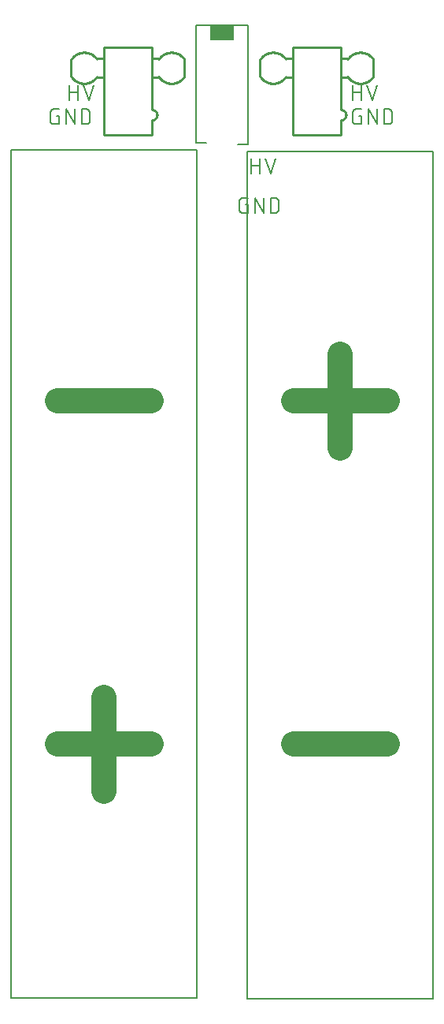
<source format=gbr>
G04 EAGLE Gerber RS-274X export*
G75*
%MOMM*%
%FSLAX34Y34*%
%LPD*%
%INSilkscreen Top*%
%IPPOS*%
%AMOC8*
5,1,8,0,0,1.08239X$1,22.5*%
G01*
%ADD10C,0.152400*%
%ADD11C,2.667000*%
%ADD12C,0.203200*%
%ADD13R,2.500000X1.500000*%
%ADD14C,0.127000*%
%ADD15C,0.254000*%


D10*
X64262Y915162D02*
X64262Y931418D01*
X64262Y924193D02*
X73293Y924193D01*
X73293Y931418D02*
X73293Y915162D01*
X84930Y915162D02*
X79511Y931418D01*
X90349Y931418D02*
X84930Y915162D01*
X369062Y915162D02*
X369062Y931418D01*
X369062Y924193D02*
X378093Y924193D01*
X378093Y931418D02*
X378093Y915162D01*
X389730Y915162D02*
X384311Y931418D01*
X395149Y931418D02*
X389730Y915162D01*
X259842Y852678D02*
X259842Y836422D01*
X259842Y845453D02*
X268873Y845453D01*
X268873Y852678D02*
X268873Y836422D01*
X280510Y836422D02*
X275091Y852678D01*
X285929Y852678D02*
X280510Y836422D01*
X52973Y898793D02*
X50264Y898793D01*
X52973Y898793D02*
X52973Y889762D01*
X47554Y889762D01*
X47436Y889764D01*
X47318Y889770D01*
X47200Y889779D01*
X47083Y889793D01*
X46966Y889810D01*
X46849Y889831D01*
X46734Y889856D01*
X46619Y889885D01*
X46505Y889918D01*
X46393Y889954D01*
X46282Y889994D01*
X46172Y890037D01*
X46063Y890084D01*
X45956Y890134D01*
X45851Y890189D01*
X45748Y890246D01*
X45647Y890307D01*
X45547Y890371D01*
X45450Y890438D01*
X45355Y890508D01*
X45263Y890582D01*
X45172Y890658D01*
X45085Y890738D01*
X45000Y890820D01*
X44918Y890905D01*
X44838Y890992D01*
X44762Y891083D01*
X44688Y891175D01*
X44618Y891270D01*
X44551Y891367D01*
X44487Y891467D01*
X44426Y891568D01*
X44369Y891671D01*
X44314Y891776D01*
X44264Y891883D01*
X44217Y891992D01*
X44174Y892102D01*
X44134Y892213D01*
X44098Y892325D01*
X44065Y892439D01*
X44036Y892554D01*
X44011Y892669D01*
X43990Y892786D01*
X43973Y892903D01*
X43959Y893020D01*
X43950Y893138D01*
X43944Y893256D01*
X43942Y893374D01*
X43942Y902406D01*
X43944Y902524D01*
X43950Y902642D01*
X43959Y902760D01*
X43973Y902877D01*
X43990Y902994D01*
X44011Y903111D01*
X44036Y903226D01*
X44065Y903341D01*
X44098Y903455D01*
X44134Y903567D01*
X44174Y903678D01*
X44217Y903788D01*
X44264Y903897D01*
X44314Y904004D01*
X44368Y904109D01*
X44426Y904212D01*
X44487Y904313D01*
X44551Y904413D01*
X44618Y904510D01*
X44688Y904605D01*
X44762Y904697D01*
X44838Y904788D01*
X44918Y904875D01*
X45000Y904960D01*
X45085Y905042D01*
X45172Y905122D01*
X45263Y905198D01*
X45355Y905272D01*
X45450Y905342D01*
X45547Y905409D01*
X45647Y905473D01*
X45748Y905534D01*
X45851Y905591D01*
X45956Y905645D01*
X46063Y905696D01*
X46172Y905743D01*
X46282Y905786D01*
X46393Y905826D01*
X46505Y905862D01*
X46619Y905895D01*
X46734Y905924D01*
X46849Y905949D01*
X46966Y905970D01*
X47083Y905987D01*
X47200Y906001D01*
X47318Y906010D01*
X47436Y906016D01*
X47554Y906018D01*
X52973Y906018D01*
X60615Y906018D02*
X60615Y889762D01*
X69646Y889762D02*
X60615Y906018D01*
X69646Y906018D02*
X69646Y889762D01*
X77289Y889762D02*
X77289Y906018D01*
X81804Y906018D01*
X81935Y906016D01*
X82067Y906010D01*
X82198Y906001D01*
X82328Y905987D01*
X82459Y905970D01*
X82588Y905949D01*
X82717Y905925D01*
X82845Y905896D01*
X82973Y905864D01*
X83099Y905828D01*
X83224Y905789D01*
X83349Y905746D01*
X83471Y905699D01*
X83593Y905649D01*
X83713Y905595D01*
X83831Y905538D01*
X83947Y905477D01*
X84062Y905413D01*
X84175Y905346D01*
X84286Y905275D01*
X84394Y905201D01*
X84501Y905124D01*
X84605Y905044D01*
X84707Y904961D01*
X84806Y904876D01*
X84903Y904787D01*
X84997Y904695D01*
X85089Y904601D01*
X85178Y904504D01*
X85263Y904405D01*
X85346Y904303D01*
X85426Y904199D01*
X85503Y904092D01*
X85577Y903984D01*
X85648Y903873D01*
X85715Y903760D01*
X85779Y903645D01*
X85840Y903529D01*
X85897Y903411D01*
X85951Y903291D01*
X86001Y903169D01*
X86048Y903047D01*
X86091Y902922D01*
X86130Y902797D01*
X86166Y902671D01*
X86198Y902543D01*
X86227Y902415D01*
X86251Y902286D01*
X86272Y902157D01*
X86289Y902026D01*
X86303Y901896D01*
X86312Y901765D01*
X86318Y901633D01*
X86320Y901502D01*
X86320Y894278D01*
X86318Y894147D01*
X86312Y894015D01*
X86303Y893884D01*
X86289Y893754D01*
X86272Y893623D01*
X86251Y893494D01*
X86227Y893365D01*
X86198Y893237D01*
X86166Y893109D01*
X86130Y892983D01*
X86091Y892858D01*
X86048Y892733D01*
X86001Y892611D01*
X85951Y892489D01*
X85897Y892369D01*
X85840Y892251D01*
X85779Y892135D01*
X85715Y892020D01*
X85648Y891907D01*
X85577Y891796D01*
X85503Y891688D01*
X85426Y891581D01*
X85346Y891477D01*
X85263Y891375D01*
X85178Y891276D01*
X85089Y891179D01*
X84997Y891085D01*
X84903Y890993D01*
X84806Y890904D01*
X84707Y890819D01*
X84605Y890736D01*
X84501Y890656D01*
X84394Y890579D01*
X84286Y890505D01*
X84175Y890434D01*
X84062Y890367D01*
X83947Y890303D01*
X83831Y890242D01*
X83713Y890185D01*
X83593Y890131D01*
X83471Y890081D01*
X83349Y890034D01*
X83224Y889991D01*
X83099Y889952D01*
X82973Y889916D01*
X82845Y889884D01*
X82717Y889855D01*
X82588Y889831D01*
X82458Y889810D01*
X82328Y889793D01*
X82198Y889779D01*
X82067Y889770D01*
X81935Y889764D01*
X81804Y889762D01*
X77289Y889762D01*
X375384Y898793D02*
X378093Y898793D01*
X378093Y889762D01*
X372674Y889762D01*
X372556Y889764D01*
X372438Y889770D01*
X372320Y889779D01*
X372203Y889793D01*
X372086Y889810D01*
X371969Y889831D01*
X371854Y889856D01*
X371739Y889885D01*
X371625Y889918D01*
X371513Y889954D01*
X371402Y889994D01*
X371292Y890037D01*
X371183Y890084D01*
X371076Y890134D01*
X370971Y890189D01*
X370868Y890246D01*
X370767Y890307D01*
X370667Y890371D01*
X370570Y890438D01*
X370475Y890508D01*
X370383Y890582D01*
X370292Y890658D01*
X370205Y890738D01*
X370120Y890820D01*
X370038Y890905D01*
X369958Y890992D01*
X369882Y891083D01*
X369808Y891175D01*
X369738Y891270D01*
X369671Y891367D01*
X369607Y891467D01*
X369546Y891568D01*
X369489Y891671D01*
X369434Y891776D01*
X369384Y891883D01*
X369337Y891992D01*
X369294Y892102D01*
X369254Y892213D01*
X369218Y892325D01*
X369185Y892439D01*
X369156Y892554D01*
X369131Y892669D01*
X369110Y892786D01*
X369093Y892903D01*
X369079Y893020D01*
X369070Y893138D01*
X369064Y893256D01*
X369062Y893374D01*
X369062Y902406D01*
X369064Y902524D01*
X369070Y902642D01*
X369079Y902760D01*
X369093Y902877D01*
X369110Y902994D01*
X369131Y903111D01*
X369156Y903226D01*
X369185Y903341D01*
X369218Y903455D01*
X369254Y903567D01*
X369294Y903678D01*
X369337Y903788D01*
X369384Y903897D01*
X369434Y904004D01*
X369488Y904109D01*
X369546Y904212D01*
X369607Y904313D01*
X369671Y904413D01*
X369738Y904510D01*
X369808Y904605D01*
X369882Y904697D01*
X369958Y904788D01*
X370038Y904875D01*
X370120Y904960D01*
X370205Y905042D01*
X370292Y905122D01*
X370383Y905198D01*
X370475Y905272D01*
X370570Y905342D01*
X370667Y905409D01*
X370767Y905473D01*
X370868Y905534D01*
X370971Y905591D01*
X371076Y905645D01*
X371183Y905696D01*
X371292Y905743D01*
X371402Y905786D01*
X371513Y905826D01*
X371625Y905862D01*
X371739Y905895D01*
X371854Y905924D01*
X371969Y905949D01*
X372086Y905970D01*
X372203Y905987D01*
X372320Y906001D01*
X372438Y906010D01*
X372556Y906016D01*
X372674Y906018D01*
X378093Y906018D01*
X385735Y906018D02*
X385735Y889762D01*
X394766Y889762D02*
X385735Y906018D01*
X394766Y906018D02*
X394766Y889762D01*
X402409Y889762D02*
X402409Y906018D01*
X406924Y906018D01*
X407055Y906016D01*
X407187Y906010D01*
X407318Y906001D01*
X407448Y905987D01*
X407579Y905970D01*
X407708Y905949D01*
X407837Y905925D01*
X407965Y905896D01*
X408093Y905864D01*
X408219Y905828D01*
X408344Y905789D01*
X408469Y905746D01*
X408591Y905699D01*
X408713Y905649D01*
X408833Y905595D01*
X408951Y905538D01*
X409067Y905477D01*
X409182Y905413D01*
X409295Y905346D01*
X409406Y905275D01*
X409514Y905201D01*
X409621Y905124D01*
X409725Y905044D01*
X409827Y904961D01*
X409926Y904876D01*
X410023Y904787D01*
X410117Y904695D01*
X410209Y904601D01*
X410298Y904504D01*
X410383Y904405D01*
X410466Y904303D01*
X410546Y904199D01*
X410623Y904092D01*
X410697Y903984D01*
X410768Y903873D01*
X410835Y903760D01*
X410899Y903645D01*
X410960Y903529D01*
X411017Y903411D01*
X411071Y903291D01*
X411121Y903169D01*
X411168Y903047D01*
X411211Y902922D01*
X411250Y902797D01*
X411286Y902671D01*
X411318Y902543D01*
X411347Y902415D01*
X411371Y902286D01*
X411392Y902157D01*
X411409Y902026D01*
X411423Y901896D01*
X411432Y901765D01*
X411438Y901633D01*
X411440Y901502D01*
X411440Y894278D01*
X411438Y894147D01*
X411432Y894015D01*
X411423Y893884D01*
X411409Y893754D01*
X411392Y893623D01*
X411371Y893494D01*
X411347Y893365D01*
X411318Y893237D01*
X411286Y893109D01*
X411250Y892983D01*
X411211Y892858D01*
X411168Y892733D01*
X411121Y892611D01*
X411071Y892489D01*
X411017Y892369D01*
X410960Y892251D01*
X410899Y892135D01*
X410835Y892020D01*
X410768Y891907D01*
X410697Y891796D01*
X410623Y891688D01*
X410546Y891581D01*
X410466Y891477D01*
X410383Y891375D01*
X410298Y891276D01*
X410209Y891179D01*
X410117Y891085D01*
X410023Y890993D01*
X409926Y890904D01*
X409827Y890819D01*
X409725Y890736D01*
X409621Y890656D01*
X409514Y890579D01*
X409406Y890505D01*
X409295Y890434D01*
X409182Y890367D01*
X409067Y890303D01*
X408951Y890242D01*
X408833Y890185D01*
X408713Y890131D01*
X408591Y890081D01*
X408469Y890034D01*
X408344Y889991D01*
X408219Y889952D01*
X408093Y889916D01*
X407965Y889884D01*
X407837Y889855D01*
X407708Y889831D01*
X407578Y889810D01*
X407448Y889793D01*
X407318Y889779D01*
X407187Y889770D01*
X407055Y889764D01*
X406924Y889762D01*
X402409Y889762D01*
X256173Y803543D02*
X253464Y803543D01*
X256173Y803543D02*
X256173Y794512D01*
X250754Y794512D01*
X250636Y794514D01*
X250518Y794520D01*
X250400Y794529D01*
X250283Y794543D01*
X250166Y794560D01*
X250049Y794581D01*
X249934Y794606D01*
X249819Y794635D01*
X249705Y794668D01*
X249593Y794704D01*
X249482Y794744D01*
X249372Y794787D01*
X249263Y794834D01*
X249156Y794884D01*
X249051Y794939D01*
X248948Y794996D01*
X248847Y795057D01*
X248747Y795121D01*
X248650Y795188D01*
X248555Y795258D01*
X248463Y795332D01*
X248372Y795408D01*
X248285Y795488D01*
X248200Y795570D01*
X248118Y795655D01*
X248038Y795742D01*
X247962Y795833D01*
X247888Y795925D01*
X247818Y796020D01*
X247751Y796117D01*
X247687Y796217D01*
X247626Y796318D01*
X247569Y796421D01*
X247514Y796526D01*
X247464Y796633D01*
X247417Y796742D01*
X247374Y796852D01*
X247334Y796963D01*
X247298Y797075D01*
X247265Y797189D01*
X247236Y797304D01*
X247211Y797419D01*
X247190Y797536D01*
X247173Y797653D01*
X247159Y797770D01*
X247150Y797888D01*
X247144Y798006D01*
X247142Y798124D01*
X247142Y807156D01*
X247144Y807274D01*
X247150Y807392D01*
X247159Y807510D01*
X247173Y807627D01*
X247190Y807744D01*
X247211Y807861D01*
X247236Y807976D01*
X247265Y808091D01*
X247298Y808205D01*
X247334Y808317D01*
X247374Y808428D01*
X247417Y808538D01*
X247464Y808647D01*
X247514Y808754D01*
X247568Y808859D01*
X247626Y808962D01*
X247687Y809063D01*
X247751Y809163D01*
X247818Y809260D01*
X247888Y809355D01*
X247962Y809447D01*
X248038Y809538D01*
X248118Y809625D01*
X248200Y809710D01*
X248285Y809792D01*
X248372Y809872D01*
X248463Y809948D01*
X248555Y810022D01*
X248650Y810092D01*
X248747Y810159D01*
X248847Y810223D01*
X248948Y810284D01*
X249051Y810341D01*
X249156Y810395D01*
X249263Y810446D01*
X249372Y810493D01*
X249482Y810536D01*
X249593Y810576D01*
X249705Y810612D01*
X249819Y810645D01*
X249934Y810674D01*
X250049Y810699D01*
X250166Y810720D01*
X250283Y810737D01*
X250400Y810751D01*
X250518Y810760D01*
X250636Y810766D01*
X250754Y810768D01*
X256173Y810768D01*
X263815Y810768D02*
X263815Y794512D01*
X272846Y794512D02*
X263815Y810768D01*
X272846Y810768D02*
X272846Y794512D01*
X280489Y794512D02*
X280489Y810768D01*
X285004Y810768D01*
X285135Y810766D01*
X285267Y810760D01*
X285398Y810751D01*
X285528Y810737D01*
X285659Y810720D01*
X285788Y810699D01*
X285917Y810675D01*
X286045Y810646D01*
X286173Y810614D01*
X286299Y810578D01*
X286424Y810539D01*
X286549Y810496D01*
X286671Y810449D01*
X286793Y810399D01*
X286913Y810345D01*
X287031Y810288D01*
X287147Y810227D01*
X287262Y810163D01*
X287375Y810096D01*
X287486Y810025D01*
X287594Y809951D01*
X287701Y809874D01*
X287805Y809794D01*
X287907Y809711D01*
X288006Y809626D01*
X288103Y809537D01*
X288197Y809445D01*
X288289Y809351D01*
X288378Y809254D01*
X288463Y809155D01*
X288546Y809053D01*
X288626Y808949D01*
X288703Y808842D01*
X288777Y808734D01*
X288848Y808623D01*
X288915Y808510D01*
X288979Y808395D01*
X289040Y808279D01*
X289097Y808161D01*
X289151Y808041D01*
X289201Y807919D01*
X289248Y807797D01*
X289291Y807672D01*
X289330Y807547D01*
X289366Y807421D01*
X289398Y807293D01*
X289427Y807165D01*
X289451Y807036D01*
X289472Y806907D01*
X289489Y806776D01*
X289503Y806646D01*
X289512Y806515D01*
X289518Y806383D01*
X289520Y806252D01*
X289520Y799028D01*
X289518Y798897D01*
X289512Y798765D01*
X289503Y798634D01*
X289489Y798504D01*
X289472Y798373D01*
X289451Y798244D01*
X289427Y798115D01*
X289398Y797987D01*
X289366Y797859D01*
X289330Y797733D01*
X289291Y797608D01*
X289248Y797483D01*
X289201Y797361D01*
X289151Y797239D01*
X289097Y797119D01*
X289040Y797001D01*
X288979Y796885D01*
X288915Y796770D01*
X288848Y796657D01*
X288777Y796546D01*
X288703Y796438D01*
X288626Y796331D01*
X288546Y796227D01*
X288463Y796125D01*
X288378Y796026D01*
X288289Y795929D01*
X288197Y795835D01*
X288103Y795743D01*
X288006Y795654D01*
X287907Y795569D01*
X287805Y795486D01*
X287701Y795406D01*
X287594Y795329D01*
X287486Y795255D01*
X287375Y795184D01*
X287262Y795117D01*
X287147Y795053D01*
X287031Y794992D01*
X286913Y794935D01*
X286793Y794881D01*
X286671Y794831D01*
X286549Y794784D01*
X286424Y794741D01*
X286299Y794702D01*
X286173Y794666D01*
X286045Y794634D01*
X285917Y794605D01*
X285788Y794581D01*
X285658Y794560D01*
X285528Y794543D01*
X285398Y794529D01*
X285267Y794520D01*
X285135Y794514D01*
X285004Y794512D01*
X280489Y794512D01*
D11*
X151977Y224508D02*
X51223Y224508D01*
X101600Y174131D02*
X101600Y274884D01*
X305223Y592808D02*
X405977Y592808D01*
X355600Y542431D02*
X355600Y643184D01*
X151977Y592808D02*
X51223Y592808D01*
X305223Y224508D02*
X405977Y224508D01*
D12*
X256690Y867691D02*
X245690Y867691D01*
X256690Y867691D02*
X256690Y995691D01*
X200510Y995691D01*
X200510Y869691D01*
X211510Y869691D01*
D13*
X228600Y987191D03*
D14*
X455600Y860800D02*
X455600Y-49200D01*
X255600Y-49200D02*
X255600Y860800D01*
X455600Y860800D01*
X455600Y-49200D02*
X255600Y-49200D01*
X1600Y-48000D02*
X1600Y862000D01*
X201600Y862000D02*
X201600Y-48000D01*
X1600Y-48000D01*
X1600Y862000D02*
X201600Y862000D01*
D15*
X153000Y972100D02*
X101000Y972100D01*
X153000Y972100D02*
X153000Y905100D01*
X153000Y894100D02*
X153000Y878100D01*
X101000Y878100D01*
X101000Y972100D01*
X94000Y959100D02*
X93776Y959438D01*
X93544Y959771D01*
X93305Y960099D01*
X93057Y960420D01*
X92802Y960735D01*
X92539Y961044D01*
X92268Y961346D01*
X91990Y961642D01*
X91705Y961931D01*
X91414Y962213D01*
X91115Y962487D01*
X90810Y962755D01*
X90498Y963014D01*
X90180Y963266D01*
X89856Y963511D01*
X89526Y963747D01*
X89191Y963975D01*
X88850Y964195D01*
X88504Y964406D01*
X88153Y964609D01*
X87796Y964804D01*
X87436Y964990D01*
X87071Y965166D01*
X86701Y965334D01*
X86328Y965493D01*
X85951Y965643D01*
X85570Y965783D01*
X85186Y965914D01*
X84799Y966036D01*
X84409Y966148D01*
X84017Y966251D01*
X83622Y966344D01*
X83225Y966428D01*
X82826Y966501D01*
X82426Y966565D01*
X82024Y966620D01*
X81620Y966664D01*
X81216Y966699D01*
X80811Y966723D01*
X80406Y966738D01*
X80000Y966743D01*
X79594Y966738D01*
X79189Y966723D01*
X78784Y966699D01*
X78380Y966664D01*
X77976Y966620D01*
X77574Y966565D01*
X77174Y966501D01*
X76775Y966428D01*
X76378Y966344D01*
X75983Y966251D01*
X75591Y966148D01*
X75201Y966036D01*
X74814Y965914D01*
X74430Y965783D01*
X74049Y965643D01*
X73672Y965493D01*
X73299Y965334D01*
X72929Y965166D01*
X72564Y964990D01*
X72204Y964804D01*
X71847Y964609D01*
X71496Y964406D01*
X71150Y964195D01*
X70809Y963975D01*
X70474Y963747D01*
X70144Y963511D01*
X69820Y963266D01*
X69502Y963014D01*
X69190Y962755D01*
X68885Y962487D01*
X68586Y962213D01*
X68295Y961931D01*
X68010Y961642D01*
X67732Y961346D01*
X67461Y961044D01*
X67198Y960735D01*
X66943Y960420D01*
X66695Y960099D01*
X66456Y959771D01*
X66224Y959438D01*
X66000Y959100D01*
X66000Y941100D02*
X66224Y940762D01*
X66456Y940429D01*
X66695Y940101D01*
X66943Y939780D01*
X67198Y939465D01*
X67461Y939156D01*
X67732Y938854D01*
X68010Y938558D01*
X68295Y938269D01*
X68586Y937987D01*
X68885Y937713D01*
X69190Y937445D01*
X69502Y937186D01*
X69820Y936934D01*
X70144Y936689D01*
X70474Y936453D01*
X70809Y936225D01*
X71150Y936005D01*
X71496Y935794D01*
X71847Y935591D01*
X72204Y935396D01*
X72564Y935210D01*
X72929Y935034D01*
X73299Y934866D01*
X73672Y934707D01*
X74049Y934557D01*
X74430Y934417D01*
X74814Y934286D01*
X75201Y934164D01*
X75591Y934052D01*
X75983Y933949D01*
X76378Y933856D01*
X76775Y933772D01*
X77174Y933699D01*
X77574Y933635D01*
X77976Y933580D01*
X78380Y933536D01*
X78784Y933501D01*
X79189Y933477D01*
X79594Y933462D01*
X80000Y933457D01*
X80406Y933462D01*
X80811Y933477D01*
X81216Y933501D01*
X81620Y933536D01*
X82024Y933580D01*
X82426Y933635D01*
X82826Y933699D01*
X83225Y933772D01*
X83622Y933856D01*
X84017Y933949D01*
X84409Y934052D01*
X84799Y934164D01*
X85186Y934286D01*
X85570Y934417D01*
X85951Y934557D01*
X86328Y934707D01*
X86701Y934866D01*
X87071Y935034D01*
X87436Y935210D01*
X87796Y935396D01*
X88153Y935591D01*
X88504Y935794D01*
X88850Y936005D01*
X89191Y936225D01*
X89526Y936453D01*
X89856Y936689D01*
X90180Y936934D01*
X90498Y937186D01*
X90810Y937445D01*
X91115Y937713D01*
X91414Y937987D01*
X91705Y938269D01*
X91990Y938558D01*
X92268Y938854D01*
X92539Y939156D01*
X92802Y939465D01*
X93057Y939780D01*
X93305Y940101D01*
X93544Y940429D01*
X93776Y940762D01*
X94000Y941100D01*
X66000Y941100D02*
X66000Y959100D01*
X93000Y960100D02*
X100000Y960100D01*
X100000Y940100D02*
X93000Y940100D01*
X160000Y941100D02*
X160224Y940762D01*
X160456Y940429D01*
X160695Y940101D01*
X160943Y939780D01*
X161198Y939465D01*
X161461Y939156D01*
X161732Y938854D01*
X162010Y938558D01*
X162295Y938269D01*
X162586Y937987D01*
X162885Y937713D01*
X163190Y937445D01*
X163502Y937186D01*
X163820Y936934D01*
X164144Y936689D01*
X164474Y936453D01*
X164809Y936225D01*
X165150Y936005D01*
X165496Y935794D01*
X165847Y935591D01*
X166204Y935396D01*
X166564Y935210D01*
X166929Y935034D01*
X167299Y934866D01*
X167672Y934707D01*
X168049Y934557D01*
X168430Y934417D01*
X168814Y934286D01*
X169201Y934164D01*
X169591Y934052D01*
X169983Y933949D01*
X170378Y933856D01*
X170775Y933772D01*
X171174Y933699D01*
X171574Y933635D01*
X171976Y933580D01*
X172380Y933536D01*
X172784Y933501D01*
X173189Y933477D01*
X173594Y933462D01*
X174000Y933457D01*
X174406Y933462D01*
X174811Y933477D01*
X175216Y933501D01*
X175620Y933536D01*
X176024Y933580D01*
X176426Y933635D01*
X176826Y933699D01*
X177225Y933772D01*
X177622Y933856D01*
X178017Y933949D01*
X178409Y934052D01*
X178799Y934164D01*
X179186Y934286D01*
X179570Y934417D01*
X179951Y934557D01*
X180328Y934707D01*
X180701Y934866D01*
X181071Y935034D01*
X181436Y935210D01*
X181796Y935396D01*
X182153Y935591D01*
X182504Y935794D01*
X182850Y936005D01*
X183191Y936225D01*
X183526Y936453D01*
X183856Y936689D01*
X184180Y936934D01*
X184498Y937186D01*
X184810Y937445D01*
X185115Y937713D01*
X185414Y937987D01*
X185705Y938269D01*
X185990Y938558D01*
X186268Y938854D01*
X186539Y939156D01*
X186802Y939465D01*
X187057Y939780D01*
X187305Y940101D01*
X187544Y940429D01*
X187776Y940762D01*
X188000Y941100D01*
X188000Y959100D02*
X187776Y959438D01*
X187544Y959771D01*
X187305Y960099D01*
X187057Y960420D01*
X186802Y960735D01*
X186539Y961044D01*
X186268Y961346D01*
X185990Y961642D01*
X185705Y961931D01*
X185414Y962213D01*
X185115Y962487D01*
X184810Y962755D01*
X184498Y963014D01*
X184180Y963266D01*
X183856Y963511D01*
X183526Y963747D01*
X183191Y963975D01*
X182850Y964195D01*
X182504Y964406D01*
X182153Y964609D01*
X181796Y964804D01*
X181436Y964990D01*
X181071Y965166D01*
X180701Y965334D01*
X180328Y965493D01*
X179951Y965643D01*
X179570Y965783D01*
X179186Y965914D01*
X178799Y966036D01*
X178409Y966148D01*
X178017Y966251D01*
X177622Y966344D01*
X177225Y966428D01*
X176826Y966501D01*
X176426Y966565D01*
X176024Y966620D01*
X175620Y966664D01*
X175216Y966699D01*
X174811Y966723D01*
X174406Y966738D01*
X174000Y966743D01*
X173594Y966738D01*
X173189Y966723D01*
X172784Y966699D01*
X172380Y966664D01*
X171976Y966620D01*
X171574Y966565D01*
X171174Y966501D01*
X170775Y966428D01*
X170378Y966344D01*
X169983Y966251D01*
X169591Y966148D01*
X169201Y966036D01*
X168814Y965914D01*
X168430Y965783D01*
X168049Y965643D01*
X167672Y965493D01*
X167299Y965334D01*
X166929Y965166D01*
X166564Y964990D01*
X166204Y964804D01*
X165847Y964609D01*
X165496Y964406D01*
X165150Y964195D01*
X164809Y963975D01*
X164474Y963747D01*
X164144Y963511D01*
X163820Y963266D01*
X163502Y963014D01*
X163190Y962755D01*
X162885Y962487D01*
X162586Y962213D01*
X162295Y961931D01*
X162010Y961642D01*
X161732Y961346D01*
X161461Y961044D01*
X161198Y960735D01*
X160943Y960420D01*
X160695Y960099D01*
X160456Y959771D01*
X160224Y959438D01*
X160000Y959100D01*
X188000Y959100D02*
X188000Y941100D01*
X161000Y940100D02*
X154000Y940100D01*
X154000Y960100D02*
X161000Y960100D01*
X153000Y905100D02*
X153148Y905098D01*
X153295Y905092D01*
X153443Y905082D01*
X153590Y905068D01*
X153736Y905051D01*
X153882Y905029D01*
X154028Y905003D01*
X154172Y904974D01*
X154316Y904940D01*
X154459Y904903D01*
X154601Y904862D01*
X154742Y904817D01*
X154881Y904768D01*
X155019Y904716D01*
X155156Y904660D01*
X155291Y904600D01*
X155424Y904537D01*
X155556Y904470D01*
X155686Y904400D01*
X155814Y904326D01*
X155940Y904249D01*
X156063Y904168D01*
X156185Y904084D01*
X156304Y903997D01*
X156421Y903907D01*
X156535Y903813D01*
X156647Y903717D01*
X156756Y903617D01*
X156863Y903515D01*
X156967Y903410D01*
X157067Y903302D01*
X157165Y903192D01*
X157260Y903078D01*
X157352Y902963D01*
X157441Y902845D01*
X157526Y902724D01*
X157609Y902602D01*
X157688Y902477D01*
X157763Y902350D01*
X157835Y902221D01*
X157904Y902090D01*
X157969Y901958D01*
X158030Y901824D01*
X158088Y901688D01*
X158143Y901550D01*
X158193Y901412D01*
X158240Y901271D01*
X158283Y901130D01*
X158322Y900988D01*
X158357Y900844D01*
X158389Y900700D01*
X158416Y900555D01*
X158440Y900409D01*
X158460Y900263D01*
X158476Y900116D01*
X158488Y899969D01*
X158496Y899821D01*
X158500Y899674D01*
X158500Y899526D01*
X158496Y899379D01*
X158488Y899231D01*
X158476Y899084D01*
X158460Y898937D01*
X158440Y898791D01*
X158416Y898645D01*
X158389Y898500D01*
X158357Y898356D01*
X158322Y898212D01*
X158283Y898070D01*
X158240Y897929D01*
X158193Y897788D01*
X158143Y897650D01*
X158088Y897512D01*
X158030Y897376D01*
X157969Y897242D01*
X157904Y897110D01*
X157835Y896979D01*
X157763Y896850D01*
X157688Y896723D01*
X157609Y896598D01*
X157526Y896476D01*
X157441Y896355D01*
X157352Y896237D01*
X157260Y896122D01*
X157165Y896008D01*
X157067Y895898D01*
X156967Y895790D01*
X156863Y895685D01*
X156756Y895583D01*
X156647Y895483D01*
X156535Y895387D01*
X156421Y895293D01*
X156304Y895203D01*
X156185Y895116D01*
X156063Y895032D01*
X155940Y894951D01*
X155814Y894874D01*
X155686Y894800D01*
X155556Y894730D01*
X155424Y894663D01*
X155291Y894600D01*
X155156Y894540D01*
X155019Y894484D01*
X154881Y894432D01*
X154742Y894383D01*
X154601Y894338D01*
X154459Y894297D01*
X154316Y894260D01*
X154172Y894226D01*
X154028Y894197D01*
X153882Y894171D01*
X153736Y894149D01*
X153590Y894132D01*
X153443Y894118D01*
X153295Y894108D01*
X153148Y894102D01*
X153000Y894100D01*
X304200Y972100D02*
X356200Y972100D01*
X356200Y905100D01*
X356200Y894100D02*
X356200Y878100D01*
X304200Y878100D01*
X304200Y972100D01*
X297200Y959100D02*
X296976Y959438D01*
X296744Y959771D01*
X296505Y960099D01*
X296257Y960420D01*
X296002Y960735D01*
X295739Y961044D01*
X295468Y961346D01*
X295190Y961642D01*
X294905Y961931D01*
X294614Y962213D01*
X294315Y962487D01*
X294010Y962755D01*
X293698Y963014D01*
X293380Y963266D01*
X293056Y963511D01*
X292726Y963747D01*
X292391Y963975D01*
X292050Y964195D01*
X291704Y964406D01*
X291353Y964609D01*
X290996Y964804D01*
X290636Y964990D01*
X290271Y965166D01*
X289901Y965334D01*
X289528Y965493D01*
X289151Y965643D01*
X288770Y965783D01*
X288386Y965914D01*
X287999Y966036D01*
X287609Y966148D01*
X287217Y966251D01*
X286822Y966344D01*
X286425Y966428D01*
X286026Y966501D01*
X285626Y966565D01*
X285224Y966620D01*
X284820Y966664D01*
X284416Y966699D01*
X284011Y966723D01*
X283606Y966738D01*
X283200Y966743D01*
X282794Y966738D01*
X282389Y966723D01*
X281984Y966699D01*
X281580Y966664D01*
X281176Y966620D01*
X280774Y966565D01*
X280374Y966501D01*
X279975Y966428D01*
X279578Y966344D01*
X279183Y966251D01*
X278791Y966148D01*
X278401Y966036D01*
X278014Y965914D01*
X277630Y965783D01*
X277249Y965643D01*
X276872Y965493D01*
X276499Y965334D01*
X276129Y965166D01*
X275764Y964990D01*
X275404Y964804D01*
X275047Y964609D01*
X274696Y964406D01*
X274350Y964195D01*
X274009Y963975D01*
X273674Y963747D01*
X273344Y963511D01*
X273020Y963266D01*
X272702Y963014D01*
X272390Y962755D01*
X272085Y962487D01*
X271786Y962213D01*
X271495Y961931D01*
X271210Y961642D01*
X270932Y961346D01*
X270661Y961044D01*
X270398Y960735D01*
X270143Y960420D01*
X269895Y960099D01*
X269656Y959771D01*
X269424Y959438D01*
X269200Y959100D01*
X269200Y941100D02*
X269424Y940762D01*
X269656Y940429D01*
X269895Y940101D01*
X270143Y939780D01*
X270398Y939465D01*
X270661Y939156D01*
X270932Y938854D01*
X271210Y938558D01*
X271495Y938269D01*
X271786Y937987D01*
X272085Y937713D01*
X272390Y937445D01*
X272702Y937186D01*
X273020Y936934D01*
X273344Y936689D01*
X273674Y936453D01*
X274009Y936225D01*
X274350Y936005D01*
X274696Y935794D01*
X275047Y935591D01*
X275404Y935396D01*
X275764Y935210D01*
X276129Y935034D01*
X276499Y934866D01*
X276872Y934707D01*
X277249Y934557D01*
X277630Y934417D01*
X278014Y934286D01*
X278401Y934164D01*
X278791Y934052D01*
X279183Y933949D01*
X279578Y933856D01*
X279975Y933772D01*
X280374Y933699D01*
X280774Y933635D01*
X281176Y933580D01*
X281580Y933536D01*
X281984Y933501D01*
X282389Y933477D01*
X282794Y933462D01*
X283200Y933457D01*
X283606Y933462D01*
X284011Y933477D01*
X284416Y933501D01*
X284820Y933536D01*
X285224Y933580D01*
X285626Y933635D01*
X286026Y933699D01*
X286425Y933772D01*
X286822Y933856D01*
X287217Y933949D01*
X287609Y934052D01*
X287999Y934164D01*
X288386Y934286D01*
X288770Y934417D01*
X289151Y934557D01*
X289528Y934707D01*
X289901Y934866D01*
X290271Y935034D01*
X290636Y935210D01*
X290996Y935396D01*
X291353Y935591D01*
X291704Y935794D01*
X292050Y936005D01*
X292391Y936225D01*
X292726Y936453D01*
X293056Y936689D01*
X293380Y936934D01*
X293698Y937186D01*
X294010Y937445D01*
X294315Y937713D01*
X294614Y937987D01*
X294905Y938269D01*
X295190Y938558D01*
X295468Y938854D01*
X295739Y939156D01*
X296002Y939465D01*
X296257Y939780D01*
X296505Y940101D01*
X296744Y940429D01*
X296976Y940762D01*
X297200Y941100D01*
X269200Y941100D02*
X269200Y959100D01*
X296200Y960100D02*
X303200Y960100D01*
X303200Y940100D02*
X296200Y940100D01*
X363200Y941100D02*
X363424Y940762D01*
X363656Y940429D01*
X363895Y940101D01*
X364143Y939780D01*
X364398Y939465D01*
X364661Y939156D01*
X364932Y938854D01*
X365210Y938558D01*
X365495Y938269D01*
X365786Y937987D01*
X366085Y937713D01*
X366390Y937445D01*
X366702Y937186D01*
X367020Y936934D01*
X367344Y936689D01*
X367674Y936453D01*
X368009Y936225D01*
X368350Y936005D01*
X368696Y935794D01*
X369047Y935591D01*
X369404Y935396D01*
X369764Y935210D01*
X370129Y935034D01*
X370499Y934866D01*
X370872Y934707D01*
X371249Y934557D01*
X371630Y934417D01*
X372014Y934286D01*
X372401Y934164D01*
X372791Y934052D01*
X373183Y933949D01*
X373578Y933856D01*
X373975Y933772D01*
X374374Y933699D01*
X374774Y933635D01*
X375176Y933580D01*
X375580Y933536D01*
X375984Y933501D01*
X376389Y933477D01*
X376794Y933462D01*
X377200Y933457D01*
X377606Y933462D01*
X378011Y933477D01*
X378416Y933501D01*
X378820Y933536D01*
X379224Y933580D01*
X379626Y933635D01*
X380026Y933699D01*
X380425Y933772D01*
X380822Y933856D01*
X381217Y933949D01*
X381609Y934052D01*
X381999Y934164D01*
X382386Y934286D01*
X382770Y934417D01*
X383151Y934557D01*
X383528Y934707D01*
X383901Y934866D01*
X384271Y935034D01*
X384636Y935210D01*
X384996Y935396D01*
X385353Y935591D01*
X385704Y935794D01*
X386050Y936005D01*
X386391Y936225D01*
X386726Y936453D01*
X387056Y936689D01*
X387380Y936934D01*
X387698Y937186D01*
X388010Y937445D01*
X388315Y937713D01*
X388614Y937987D01*
X388905Y938269D01*
X389190Y938558D01*
X389468Y938854D01*
X389739Y939156D01*
X390002Y939465D01*
X390257Y939780D01*
X390505Y940101D01*
X390744Y940429D01*
X390976Y940762D01*
X391200Y941100D01*
X391200Y959100D02*
X390976Y959438D01*
X390744Y959771D01*
X390505Y960099D01*
X390257Y960420D01*
X390002Y960735D01*
X389739Y961044D01*
X389468Y961346D01*
X389190Y961642D01*
X388905Y961931D01*
X388614Y962213D01*
X388315Y962487D01*
X388010Y962755D01*
X387698Y963014D01*
X387380Y963266D01*
X387056Y963511D01*
X386726Y963747D01*
X386391Y963975D01*
X386050Y964195D01*
X385704Y964406D01*
X385353Y964609D01*
X384996Y964804D01*
X384636Y964990D01*
X384271Y965166D01*
X383901Y965334D01*
X383528Y965493D01*
X383151Y965643D01*
X382770Y965783D01*
X382386Y965914D01*
X381999Y966036D01*
X381609Y966148D01*
X381217Y966251D01*
X380822Y966344D01*
X380425Y966428D01*
X380026Y966501D01*
X379626Y966565D01*
X379224Y966620D01*
X378820Y966664D01*
X378416Y966699D01*
X378011Y966723D01*
X377606Y966738D01*
X377200Y966743D01*
X376794Y966738D01*
X376389Y966723D01*
X375984Y966699D01*
X375580Y966664D01*
X375176Y966620D01*
X374774Y966565D01*
X374374Y966501D01*
X373975Y966428D01*
X373578Y966344D01*
X373183Y966251D01*
X372791Y966148D01*
X372401Y966036D01*
X372014Y965914D01*
X371630Y965783D01*
X371249Y965643D01*
X370872Y965493D01*
X370499Y965334D01*
X370129Y965166D01*
X369764Y964990D01*
X369404Y964804D01*
X369047Y964609D01*
X368696Y964406D01*
X368350Y964195D01*
X368009Y963975D01*
X367674Y963747D01*
X367344Y963511D01*
X367020Y963266D01*
X366702Y963014D01*
X366390Y962755D01*
X366085Y962487D01*
X365786Y962213D01*
X365495Y961931D01*
X365210Y961642D01*
X364932Y961346D01*
X364661Y961044D01*
X364398Y960735D01*
X364143Y960420D01*
X363895Y960099D01*
X363656Y959771D01*
X363424Y959438D01*
X363200Y959100D01*
X391200Y959100D02*
X391200Y941100D01*
X364200Y940100D02*
X357200Y940100D01*
X357200Y960100D02*
X364200Y960100D01*
X356200Y905100D02*
X356348Y905098D01*
X356495Y905092D01*
X356643Y905082D01*
X356790Y905068D01*
X356936Y905051D01*
X357082Y905029D01*
X357228Y905003D01*
X357372Y904974D01*
X357516Y904940D01*
X357659Y904903D01*
X357801Y904862D01*
X357942Y904817D01*
X358081Y904768D01*
X358219Y904716D01*
X358356Y904660D01*
X358491Y904600D01*
X358624Y904537D01*
X358756Y904470D01*
X358886Y904400D01*
X359014Y904326D01*
X359140Y904249D01*
X359263Y904168D01*
X359385Y904084D01*
X359504Y903997D01*
X359621Y903907D01*
X359735Y903813D01*
X359847Y903717D01*
X359956Y903617D01*
X360063Y903515D01*
X360167Y903410D01*
X360267Y903302D01*
X360365Y903192D01*
X360460Y903078D01*
X360552Y902963D01*
X360641Y902845D01*
X360726Y902724D01*
X360809Y902602D01*
X360888Y902477D01*
X360963Y902350D01*
X361035Y902221D01*
X361104Y902090D01*
X361169Y901958D01*
X361230Y901824D01*
X361288Y901688D01*
X361343Y901550D01*
X361393Y901412D01*
X361440Y901271D01*
X361483Y901130D01*
X361522Y900988D01*
X361557Y900844D01*
X361589Y900700D01*
X361616Y900555D01*
X361640Y900409D01*
X361660Y900263D01*
X361676Y900116D01*
X361688Y899969D01*
X361696Y899821D01*
X361700Y899674D01*
X361700Y899526D01*
X361696Y899379D01*
X361688Y899231D01*
X361676Y899084D01*
X361660Y898937D01*
X361640Y898791D01*
X361616Y898645D01*
X361589Y898500D01*
X361557Y898356D01*
X361522Y898212D01*
X361483Y898070D01*
X361440Y897929D01*
X361393Y897788D01*
X361343Y897650D01*
X361288Y897512D01*
X361230Y897376D01*
X361169Y897242D01*
X361104Y897110D01*
X361035Y896979D01*
X360963Y896850D01*
X360888Y896723D01*
X360809Y896598D01*
X360726Y896476D01*
X360641Y896355D01*
X360552Y896237D01*
X360460Y896122D01*
X360365Y896008D01*
X360267Y895898D01*
X360167Y895790D01*
X360063Y895685D01*
X359956Y895583D01*
X359847Y895483D01*
X359735Y895387D01*
X359621Y895293D01*
X359504Y895203D01*
X359385Y895116D01*
X359263Y895032D01*
X359140Y894951D01*
X359014Y894874D01*
X358886Y894800D01*
X358756Y894730D01*
X358624Y894663D01*
X358491Y894600D01*
X358356Y894540D01*
X358219Y894484D01*
X358081Y894432D01*
X357942Y894383D01*
X357801Y894338D01*
X357659Y894297D01*
X357516Y894260D01*
X357372Y894226D01*
X357228Y894197D01*
X357082Y894171D01*
X356936Y894149D01*
X356790Y894132D01*
X356643Y894118D01*
X356495Y894108D01*
X356348Y894102D01*
X356200Y894100D01*
M02*

</source>
